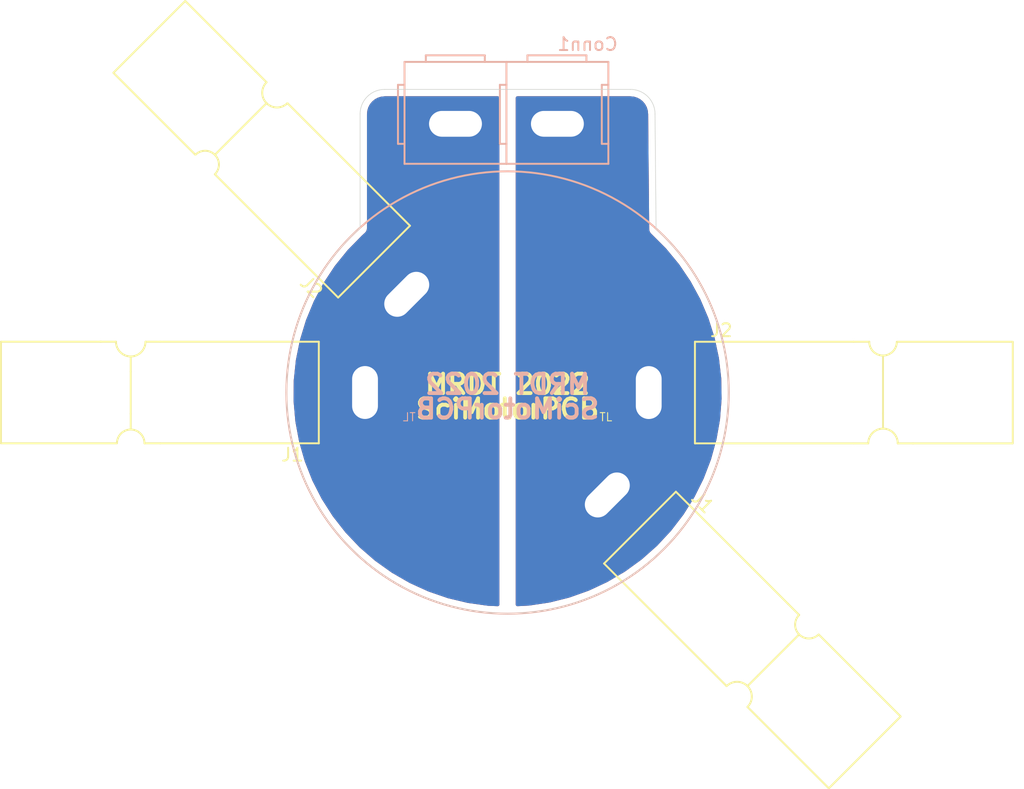
<source format=kicad_pcb>
(kicad_pcb (version 20171130) (host pcbnew "(5.1.9)-1")

  (general
    (thickness 1.6)
    (drawings 33)
    (tracks 0)
    (zones 0)
    (modules 5)
    (nets 3)
  )

  (page A4)
  (layers
    (0 F.Cu signal)
    (31 B.Cu signal)
    (32 B.Adhes user)
    (33 F.Adhes user)
    (34 B.Paste user)
    (35 F.Paste user)
    (36 B.SilkS user)
    (37 F.SilkS user)
    (38 B.Mask user)
    (39 F.Mask user)
    (40 Dwgs.User user)
    (41 Cmts.User user)
    (42 Eco1.User user)
    (43 Eco2.User user)
    (44 Edge.Cuts user)
    (45 Margin user)
    (46 B.CrtYd user)
    (47 F.CrtYd user)
    (48 B.Fab user)
    (49 F.Fab user)
  )

  (setup
    (last_trace_width 0.25)
    (trace_clearance 0.2)
    (zone_clearance 0.508)
    (zone_45_only no)
    (trace_min 0.2)
    (via_size 0.8)
    (via_drill 0.4)
    (via_min_size 0.4)
    (via_min_drill 0.3)
    (uvia_size 0.3)
    (uvia_drill 0.1)
    (uvias_allowed no)
    (uvia_min_size 0.2)
    (uvia_min_drill 0.1)
    (edge_width 0.05)
    (segment_width 0.2)
    (pcb_text_width 0.3)
    (pcb_text_size 1.5 1.5)
    (mod_edge_width 0.12)
    (mod_text_size 1 1)
    (mod_text_width 0.15)
    (pad_size 2.999999 5.1)
    (pad_drill 2)
    (pad_to_mask_clearance 0)
    (aux_axis_origin 0 0)
    (visible_elements 7FFFFFFF)
    (pcbplotparams
      (layerselection 0x010fc_ffffffff)
      (usegerberextensions false)
      (usegerberattributes true)
      (usegerberadvancedattributes true)
      (creategerberjobfile true)
      (excludeedgelayer true)
      (linewidth 0.100000)
      (plotframeref false)
      (viasonmask false)
      (mode 1)
      (useauxorigin false)
      (hpglpennumber 1)
      (hpglpenspeed 20)
      (hpglpendiameter 15.000000)
      (psnegative false)
      (psa4output false)
      (plotreference true)
      (plotvalue true)
      (plotinvisibletext false)
      (padsonsilk false)
      (subtractmaskfromsilk false)
      (outputformat 1)
      (mirror false)
      (drillshape 0)
      (scaleselection 1)
      (outputdirectory "../../Manufacturing/Gerbs/"))
  )

  (net 0 "")
  (net 1 "Net-(Conn1-Pad1)")
  (net 2 "Net-(Conn1-Pad2)")

  (net_class Default "This is the default net class."
    (clearance 0.2)
    (trace_width 0.25)
    (via_dia 0.8)
    (via_drill 0.4)
    (uvia_dia 0.3)
    (uvia_drill 0.1)
    (add_net "Net-(Conn1-Pad1)")
    (add_net "Net-(Conn1-Pad2)")
  )

  (module MRDT_Connectors:Square_Anderson_1_H (layer F.Cu) (tedit 6230F60B) (tstamp 6230F573)
    (at 149.310625 88.380008 315)
    (path /6228A453)
    (fp_text reference J2 (at -5.9 4.95 135) (layer F.SilkS)
      (effects (font (size 1 1) (thickness 0.15)))
    )
    (fp_text value Test_Point (at -17.2 -4.65 135) (layer F.Fab)
      (effects (font (size 1 1) (thickness 0.15)))
    )
    (fp_line (start -16.1496 -3.814) (end -3.856 -3.814) (layer F.SilkS) (width 0.15))
    (fp_line (start -18.4356 1.774) (end -18.4356 2.917) (layer F.SilkS) (width 0.15))
    (fp_line (start -18.4356 -2.671) (end -18.4356 -1.5026) (layer F.SilkS) (width 0.15))
    (fp_line (start -16.175 -3.814) (end -17.2672 -3.814) (layer F.SilkS) (width 0.15))
    (fp_line (start -28.4686 -3.814) (end -20.7216 -3.814) (layer F.SilkS) (width 0.15))
    (fp_line (start -3.856 4.06) (end -3.856 -3.814) (layer F.SilkS) (width 0.15))
    (fp_line (start -28.494 -3.814) (end -28.494 4.0346) (layer F.SilkS) (width 0.15))
    (fp_line (start -19.5786 -3.814) (end -20.7978 -3.814) (layer F.SilkS) (width 0.15))
    (fp_line (start -16.1496 4.06) (end -3.856 4.06) (layer F.SilkS) (width 0.15))
    (fp_line (start -18.4356 1.774) (end -18.4356 -1.5026) (layer F.SilkS) (width 0.15))
    (fp_line (start -28.494 4.06) (end -19.5024 4.06) (layer F.SilkS) (width 0.15))
    (fp_line (start -17.3688 4.06) (end -16.1496 4.06) (layer F.SilkS) (width 0.15))
    (fp_arc (start -18.4356 -3.814) (end -18.4356 -2.671) (angle 90) (layer F.SilkS) (width 0.15))
    (fp_arc (start -18.4356 4.06) (end -18.4356 2.9932) (angle 90) (layer F.SilkS) (width 0.15))
    (fp_arc (start -18.4356 -3.814) (end -17.2926 -3.814) (angle 90) (layer F.SilkS) (width 0.15))
    (fp_arc (start -18.4356 4.06) (end -19.5024 4.0092) (angle 90) (layer F.SilkS) (width 0.15))
    (pad 1 thru_hole oval (at -0.2746 0.123001 315) (size 2.999999 5.1) (drill oval 2 4.099999) (layers *.Cu *.Mask F.Paste)
      (net 1 "Net-(Conn1-Pad1)"))
  )

  (module MRDT_Connectors:Square_Anderson_1_H (layer F.Cu) (tedit 6230F604) (tstamp 6230F55F)
    (at 164.295915 103.718851 135)
    (path /62288558)
    (fp_text reference J1 (at -5.9 4.95 135) (layer F.SilkS)
      (effects (font (size 1 1) (thickness 0.15)))
    )
    (fp_text value Test_Point (at -17.2 -4.65 135) (layer F.Fab)
      (effects (font (size 1 1) (thickness 0.15)))
    )
    (fp_line (start -16.1496 -3.814) (end -3.856 -3.814) (layer F.SilkS) (width 0.15))
    (fp_line (start -18.4356 1.774) (end -18.4356 2.917) (layer F.SilkS) (width 0.15))
    (fp_line (start -18.4356 -2.671) (end -18.4356 -1.5026) (layer F.SilkS) (width 0.15))
    (fp_line (start -16.175 -3.814) (end -17.2672 -3.814) (layer F.SilkS) (width 0.15))
    (fp_line (start -28.4686 -3.814) (end -20.7216 -3.814) (layer F.SilkS) (width 0.15))
    (fp_line (start -3.856 4.06) (end -3.856 -3.814) (layer F.SilkS) (width 0.15))
    (fp_line (start -28.494 -3.814) (end -28.494 4.0346) (layer F.SilkS) (width 0.15))
    (fp_line (start -19.5786 -3.814) (end -20.7978 -3.814) (layer F.SilkS) (width 0.15))
    (fp_line (start -16.1496 4.06) (end -3.856 4.06) (layer F.SilkS) (width 0.15))
    (fp_line (start -18.4356 1.774) (end -18.4356 -1.5026) (layer F.SilkS) (width 0.15))
    (fp_line (start -28.494 4.06) (end -19.5024 4.06) (layer F.SilkS) (width 0.15))
    (fp_line (start -17.3688 4.06) (end -16.1496 4.06) (layer F.SilkS) (width 0.15))
    (fp_arc (start -18.4356 -3.814) (end -18.4356 -2.671) (angle 90) (layer F.SilkS) (width 0.15))
    (fp_arc (start -18.4356 4.06) (end -18.4356 2.9932) (angle 90) (layer F.SilkS) (width 0.15))
    (fp_arc (start -18.4356 -3.814) (end -17.2926 -3.814) (angle 90) (layer F.SilkS) (width 0.15))
    (fp_arc (start -18.4356 4.06) (end -19.5024 4.0092) (angle 90) (layer F.SilkS) (width 0.15))
    (pad 1 thru_hole oval (at -0.2746 0.123001 135) (size 2.999999 5.1) (drill oval 2 4.099999) (layers *.Cu *.Mask F.Paste)
      (net 2 "Net-(Conn1-Pad2)"))
  )

  (module MRDT_Connectors:Square_Anderson_2_V_Side_By_Side (layer B.Cu) (tedit 62156FC0) (tstamp 6228ADED)
    (at 156.845 75.184)
    (path /622850BE)
    (fp_text reference Conn1 (at 6.2 -6.3 180) (layer B.SilkS)
      (effects (font (size 1 1) (thickness 0.15)) (justify mirror))
    )
    (fp_text value AndersonPP (at -0.05 4.1 180) (layer B.Fab)
      (effects (font (size 1 1) (thickness 0.15)) (justify mirror))
    )
    (fp_line (start -0.087 -4.926) (end -0.087 2.974) (layer B.SilkS) (width 0.15))
    (fp_line (start -1.764 -5.434) (end -1.764 -4.926) (layer B.SilkS) (width 0.15))
    (fp_line (start -0.087 2.974) (end -7.987 2.974) (layer B.SilkS) (width 0.15))
    (fp_line (start 7.813 1.424) (end 7.305 1.424) (layer B.SilkS) (width 0.15))
    (fp_line (start 1.541 -5.434) (end 6.113 -5.434) (layer B.SilkS) (width 0.15))
    (fp_line (start -7.987 -4.926) (end -7.987 2.974) (layer B.SilkS) (width 0.15))
    (fp_line (start -0.5956 1.424) (end -0.5956 -3.148) (layer B.SilkS) (width 0.15))
    (fp_line (start 7.813 2.974) (end -0.087 2.974) (layer B.SilkS) (width 0.15))
    (fp_line (start -0.0876 1.424) (end -0.5956 1.424) (layer B.SilkS) (width 0.15))
    (fp_line (start -6.336 -4.926) (end -6.336 -5.434) (layer B.SilkS) (width 0.15))
    (fp_line (start 7.305 -3.148) (end 7.813 -3.148) (layer B.SilkS) (width 0.15))
    (fp_line (start -8.495 -3.148) (end -7.987 -3.148) (layer B.SilkS) (width 0.15))
    (fp_line (start -6.336 -5.434) (end -1.764 -5.434) (layer B.SilkS) (width 0.15))
    (fp_line (start 6.113 -5.434) (end 6.113 -4.926) (layer B.SilkS) (width 0.15))
    (fp_line (start -0.5956 -3.148) (end -0.0876 -3.148) (layer B.SilkS) (width 0.15))
    (fp_line (start -8.495 1.424) (end -8.495 -3.148) (layer B.SilkS) (width 0.15))
    (fp_line (start 1.541 -4.926) (end 1.541 -5.434) (layer B.SilkS) (width 0.15))
    (fp_line (start -0.087 -4.926) (end -7.987 -4.926) (layer B.SilkS) (width 0.15))
    (fp_line (start -7.987 1.424) (end -8.495 1.424) (layer B.SilkS) (width 0.15))
    (fp_line (start 7.813 -4.926) (end 7.813 2.974) (layer B.SilkS) (width 0.15))
    (fp_line (start 7.813 -4.926) (end -0.087 -4.926) (layer B.SilkS) (width 0.15))
    (fp_line (start 7.305 1.424) (end 7.305 -3.148) (layer B.SilkS) (width 0.15))
    (pad 2 thru_hole oval (at 3.863 -0.126 90) (size 3 5.1) (drill oval 2 4.1) (layers *.Cu *.Mask)
      (net 2 "Net-(Conn1-Pad2)"))
    (pad 1 thru_hole oval (at -4.037 -0.126 90) (size 3 5.1) (drill oval 2 4.1) (layers *.Cu *.Mask)
      (net 1 "Net-(Conn1-Pad1)"))
  )

  (module MRDT_Connectors:Square_Anderson_1_H (layer F.Cu) (tedit 62156951) (tstamp 6228AEBB)
    (at 146.0706 95.762)
    (path /62288558)
    (fp_text reference J1 (at -5.9 4.95) (layer F.SilkS)
      (effects (font (size 1 1) (thickness 0.15)))
    )
    (fp_text value Test_Point (at -17.2 -4.65) (layer F.Fab)
      (effects (font (size 1 1) (thickness 0.15)))
    )
    (fp_line (start -16.1496 -3.814) (end -3.856 -3.814) (layer F.SilkS) (width 0.15))
    (fp_line (start -18.4356 1.774) (end -18.4356 2.917) (layer F.SilkS) (width 0.15))
    (fp_line (start -18.4356 -2.671) (end -18.4356 -1.5026) (layer F.SilkS) (width 0.15))
    (fp_line (start -16.175 -3.814) (end -17.2672 -3.814) (layer F.SilkS) (width 0.15))
    (fp_line (start -28.4686 -3.814) (end -20.7216 -3.814) (layer F.SilkS) (width 0.15))
    (fp_line (start -3.856 4.06) (end -3.856 -3.814) (layer F.SilkS) (width 0.15))
    (fp_line (start -28.494 -3.814) (end -28.494 4.0346) (layer F.SilkS) (width 0.15))
    (fp_line (start -19.5786 -3.814) (end -20.7978 -3.814) (layer F.SilkS) (width 0.15))
    (fp_line (start -16.1496 4.06) (end -3.856 4.06) (layer F.SilkS) (width 0.15))
    (fp_line (start -18.4356 1.774) (end -18.4356 -1.5026) (layer F.SilkS) (width 0.15))
    (fp_line (start -28.494 4.06) (end -19.5024 4.06) (layer F.SilkS) (width 0.15))
    (fp_line (start -17.3688 4.06) (end -16.1496 4.06) (layer F.SilkS) (width 0.15))
    (fp_arc (start -18.4356 4.06) (end -19.5024 4.0092) (angle 90) (layer F.SilkS) (width 0.15))
    (fp_arc (start -18.4356 -3.814) (end -17.2926 -3.814) (angle 90) (layer F.SilkS) (width 0.15))
    (fp_arc (start -18.4356 4.06) (end -18.4356 2.9932) (angle 90) (layer F.SilkS) (width 0.15))
    (fp_arc (start -18.4356 -3.814) (end -18.4356 -2.671) (angle 90) (layer F.SilkS) (width 0.15))
    (pad 1 thru_hole oval (at -0.2746 0.123) (size 3 5.1) (drill oval 2 4.1) (layers *.Cu *.Mask F.Paste)
      (net 1 "Net-(Conn1-Pad1)"))
  )

  (module MRDT_Connectors:Square_Anderson_1_H (layer F.Cu) (tedit 62156951) (tstamp 6230E1A7)
    (at 167.513 96.012 180)
    (path /6228A453)
    (fp_text reference J2 (at -5.9 4.95) (layer F.SilkS)
      (effects (font (size 1 1) (thickness 0.15)))
    )
    (fp_text value Test_Point (at -17.2 -4.65) (layer F.Fab)
      (effects (font (size 1 1) (thickness 0.15)))
    )
    (fp_line (start -16.1496 -3.814) (end -3.856 -3.814) (layer F.SilkS) (width 0.15))
    (fp_line (start -18.4356 1.774) (end -18.4356 2.917) (layer F.SilkS) (width 0.15))
    (fp_line (start -18.4356 -2.671) (end -18.4356 -1.5026) (layer F.SilkS) (width 0.15))
    (fp_line (start -16.175 -3.814) (end -17.2672 -3.814) (layer F.SilkS) (width 0.15))
    (fp_line (start -28.4686 -3.814) (end -20.7216 -3.814) (layer F.SilkS) (width 0.15))
    (fp_line (start -3.856 4.06) (end -3.856 -3.814) (layer F.SilkS) (width 0.15))
    (fp_line (start -28.494 -3.814) (end -28.494 4.0346) (layer F.SilkS) (width 0.15))
    (fp_line (start -19.5786 -3.814) (end -20.7978 -3.814) (layer F.SilkS) (width 0.15))
    (fp_line (start -16.1496 4.06) (end -3.856 4.06) (layer F.SilkS) (width 0.15))
    (fp_line (start -18.4356 1.774) (end -18.4356 -1.5026) (layer F.SilkS) (width 0.15))
    (fp_line (start -28.494 4.06) (end -19.5024 4.06) (layer F.SilkS) (width 0.15))
    (fp_line (start -17.3688 4.06) (end -16.1496 4.06) (layer F.SilkS) (width 0.15))
    (fp_arc (start -18.4356 4.06) (end -19.5024 4.0092) (angle 90) (layer F.SilkS) (width 0.15))
    (fp_arc (start -18.4356 -3.814) (end -17.2926 -3.814) (angle 90) (layer F.SilkS) (width 0.15))
    (fp_arc (start -18.4356 4.06) (end -18.4356 2.9932) (angle 90) (layer F.SilkS) (width 0.15))
    (fp_arc (start -18.4356 -3.814) (end -18.4356 -2.671) (angle 90) (layer F.SilkS) (width 0.15))
    (pad 1 thru_hole oval (at -0.2746 0.123 180) (size 3 5.1) (drill oval 2 4.1) (layers *.Cu *.Mask F.Paste)
      (net 2 "Net-(Conn1-Pad2)"))
  )

  (gr_text "MRDT 2022" (at 156.845 95.25) (layer B.SilkS) (tstamp 6230F83D)
    (effects (font (size 1.5 1.5) (thickness 0.3)) (justify mirror))
  )
  (gr_text TL (at 149.225 97.79) (layer B.SilkS) (tstamp 6230F83C)
    (effects (font (size 0.635 0.635) (thickness 0.0762)) (justify mirror))
  )
  (gr_text SciMotorPCB (at 156.845 97.155) (layer B.SilkS) (tstamp 6230F83B)
    (effects (font (size 1.5 1.5) (thickness 0.3)) (justify mirror))
  )
  (gr_circle (center 156.845 95.885) (end 168.021 95.8215) (layer Dwgs.User) (width 0.15))
  (dimension 10.668 (width 0.15) (layer Dwgs.User) (tstamp 6230E1E6)
    (gr_text "0.4200 in" (at 151.511 103.535) (layer Dwgs.User) (tstamp 6230E1E6)
      (effects (font (size 1 1) (thickness 0.15)))
    )
    (feature1 (pts (xy 156.845 95.885) (xy 156.845 102.821421)))
    (feature2 (pts (xy 146.177 95.885) (xy 146.177 102.821421)))
    (crossbar (pts (xy 146.177 102.235) (xy 156.845 102.235)))
    (arrow1a (pts (xy 156.845 102.235) (xy 155.718496 102.821421)))
    (arrow1b (pts (xy 156.845 102.235) (xy 155.718496 101.648579)))
    (arrow2a (pts (xy 146.177 102.235) (xy 147.303504 102.821421)))
    (arrow2b (pts (xy 146.177 102.235) (xy 147.303504 101.648579)))
  )
  (dimension 10.668 (width 0.15) (layer Dwgs.User)
    (gr_text "0.4200 in" (at 162.179 103.535) (layer Dwgs.User)
      (effects (font (size 1 1) (thickness 0.15)))
    )
    (feature1 (pts (xy 167.513 95.885) (xy 167.513 102.821421)))
    (feature2 (pts (xy 156.845 95.885) (xy 156.845 102.821421)))
    (crossbar (pts (xy 156.845 102.235) (xy 167.513 102.235)))
    (arrow1a (pts (xy 167.513 102.235) (xy 166.386496 102.821421)))
    (arrow1b (pts (xy 167.513 102.235) (xy 166.386496 101.648579)))
    (arrow2a (pts (xy 156.845 102.235) (xy 157.971504 102.821421)))
    (arrow2b (pts (xy 156.845 102.235) (xy 157.971504 101.648579)))
  )
  (gr_arc (start 156.845 95.885) (end 145.415001 83.121501) (angle -275.939028) (layer Edge.Cuts) (width 0.05))
  (gr_text TL (at 164.465 97.79) (layer F.SilkS)
    (effects (font (size 0.635 0.635) (thickness 0.0762)))
  )
  (gr_text SciMotorPCB (at 156.845 97.155) (layer F.SilkS) (tstamp 6228D2FE)
    (effects (font (size 1.5 1.5) (thickness 0.3)))
  )
  (gr_text "MRDT 2022" (at 156.845 95.25) (layer F.SilkS)
    (effects (font (size 1.5 1.5) (thickness 0.3)))
  )
  (dimension 5.08 (width 0.15) (layer Dwgs.User)
    (gr_text "0.2000 in" (at 176.56 98.425 270) (layer Dwgs.User)
      (effects (font (size 1 1) (thickness 0.15)))
    )
    (feature1 (pts (xy 170.815 100.965) (xy 175.846421 100.965)))
    (feature2 (pts (xy 170.815 95.885) (xy 175.846421 95.885)))
    (crossbar (pts (xy 175.26 95.885) (xy 175.26 100.965)))
    (arrow1a (pts (xy 175.26 100.965) (xy 174.673579 99.838496)))
    (arrow1b (pts (xy 175.26 100.965) (xy 175.846421 99.838496)))
    (arrow2a (pts (xy 175.26 95.885) (xy 174.673579 97.011504)))
    (arrow2b (pts (xy 175.26 95.885) (xy 175.846421 97.011504)))
  )
  (dimension 5.08 (width 0.15) (layer Dwgs.User)
    (gr_text "0.2000 in" (at 176.56 93.345 90) (layer Dwgs.User)
      (effects (font (size 1 1) (thickness 0.15)))
    )
    (feature1 (pts (xy 170.815 90.805) (xy 175.846421 90.805)))
    (feature2 (pts (xy 170.815 95.885) (xy 175.846421 95.885)))
    (crossbar (pts (xy 175.26 95.885) (xy 175.26 90.805)))
    (arrow1a (pts (xy 175.26 90.805) (xy 175.846421 91.931504)))
    (arrow1b (pts (xy 175.26 90.805) (xy 174.673579 91.931504)))
    (arrow2a (pts (xy 175.26 95.885) (xy 175.846421 94.758496)))
    (arrow2b (pts (xy 175.26 95.885) (xy 174.673579 94.758496)))
  )
  (dimension 10.16 (width 0.15) (layer Dwgs.User)
    (gr_text "0.4000 in" (at 162.56 67.915) (layer Dwgs.User)
      (effects (font (size 1 1) (thickness 0.15)))
    )
    (feature1 (pts (xy 167.64 73.66) (xy 167.64 68.628579)))
    (feature2 (pts (xy 157.48 73.66) (xy 157.48 68.628579)))
    (crossbar (pts (xy 157.48 69.215) (xy 167.64 69.215)))
    (arrow1a (pts (xy 167.64 69.215) (xy 166.513496 69.801421)))
    (arrow1b (pts (xy 167.64 69.215) (xy 166.513496 68.628579)))
    (arrow2a (pts (xy 157.48 69.215) (xy 158.606504 69.801421)))
    (arrow2b (pts (xy 157.48 69.215) (xy 158.606504 68.628579)))
  )
  (gr_arc (start 166.37 74.295) (end 168.275 74.295) (angle -90) (layer Edge.Cuts) (width 0.05))
  (gr_arc (start 147.32 74.295) (end 147.32 72.39) (angle -90) (layer Edge.Cuts) (width 0.05))
  (gr_line (start 166.37 72.39) (end 156.845 72.39) (layer Edge.Cuts) (width 0.05) (tstamp 6228C797))
  (gr_line (start 185.6232 99.822) (end 185.6232 99.6188) (layer Dwgs.User) (width 0.15))
  (gr_line (start 187.8838 99.8474) (end 187.8584 99.5426) (layer Dwgs.User) (width 0.15))
  (gr_line (start 196.8246 99.5934) (end 196.8246 100.1522) (layer Dwgs.User) (width 0.15))
  (gr_line (start 172.593 99.822) (end 171.704 99.822) (layer Dwgs.User) (width 0.15))
  (gr_line (start 172.1612 99.3902) (end 172.1612 100.1268) (layer Dwgs.User) (width 0.15))
  (gr_line (start 168.6814 98.6282) (end 165.6842 98.552) (layer Dwgs.User) (width 0.15))
  (gr_line (start 166.878 95.4786) (end 166.878 99.822) (layer Dwgs.User) (width 0.15))
  (gr_line (start 168.275 74.295) (end 168.357329 83.195711) (layer Edge.Cuts) (width 0.05))
  (gr_line (start 145.415 74.295) (end 145.415 83.1215) (layer Edge.Cuts) (width 0.05))
  (gr_line (start 156.845 72.39) (end 147.32 72.39) (layer Edge.Cuts) (width 0.05))
  (gr_line (start 156.845 78.74) (end 156.845 72.39) (layer Dwgs.User) (width 0.15))
  (gr_line (start 156.21 95.885) (end 157.48 95.885) (layer Dwgs.User) (width 0.15))
  (dimension 11.1125 (width 0.15) (layer Dwgs.User)
    (gr_text "0.4375 in" (at 151.28875 92.807) (layer Dwgs.User)
      (effects (font (size 1 1) (thickness 0.15)))
    )
    (feature1 (pts (xy 156.845 95.885) (xy 156.845 93.520579)))
    (feature2 (pts (xy 145.7325 95.885) (xy 145.7325 93.520579)))
    (crossbar (pts (xy 145.7325 94.107) (xy 156.845 94.107)))
    (arrow1a (pts (xy 156.845 94.107) (xy 155.718496 94.693421)))
    (arrow1b (pts (xy 156.845 94.107) (xy 155.718496 93.520579)))
    (arrow2a (pts (xy 145.7325 94.107) (xy 146.859004 94.693421)))
    (arrow2b (pts (xy 145.7325 94.107) (xy 146.859004 93.520579)))
  )
  (dimension 22.225 (width 0.15) (layer Dwgs.User)
    (gr_text "0.8750 in" (at 156.845 90.14) (layer Dwgs.User)
      (effects (font (size 1 1) (thickness 0.15)))
    )
    (feature1 (pts (xy 145.7325 95.885) (xy 145.7325 90.853579)))
    (feature2 (pts (xy 167.9575 95.885) (xy 167.9575 90.853579)))
    (crossbar (pts (xy 167.9575 91.44) (xy 145.7325 91.44)))
    (arrow1a (pts (xy 145.7325 91.44) (xy 146.859004 90.853579)))
    (arrow1b (pts (xy 145.7325 91.44) (xy 146.859004 92.026421)))
    (arrow2a (pts (xy 167.9575 91.44) (xy 166.830996 90.853579)))
    (arrow2b (pts (xy 167.9575 91.44) (xy 166.830996 92.026421)))
  )
  (dimension 24.13 (width 0.15) (layer Dwgs.User)
    (gr_text "0.9500 in" (at 144.78 118.14) (layer Dwgs.User)
      (effects (font (size 1 1) (thickness 0.15)))
    )
    (feature1 (pts (xy 132.715 95.885) (xy 132.715 117.426421)))
    (feature2 (pts (xy 156.845 95.885) (xy 156.845 117.426421)))
    (crossbar (pts (xy 156.845 116.84) (xy 132.715 116.84)))
    (arrow1a (pts (xy 132.715 116.84) (xy 133.841504 116.253579)))
    (arrow1b (pts (xy 132.715 116.84) (xy 133.841504 117.426421)))
    (arrow2a (pts (xy 156.845 116.84) (xy 155.718496 116.253579)))
    (arrow2b (pts (xy 156.845 116.84) (xy 155.718496 117.426421)))
  )
  (gr_circle (center 156.845 95.885) (end 173.99 95.885) (layer B.SilkS) (width 0.15))
  (dimension 34.29 (width 0.15) (layer Dwgs.User)
    (gr_text "1.3500 in" (at 156.845 114.33) (layer Dwgs.User)
      (effects (font (size 1 1) (thickness 0.15)))
    )
    (feature1 (pts (xy 173.99 95.885) (xy 173.99 113.616421)))
    (feature2 (pts (xy 139.7 95.885) (xy 139.7 113.616421)))
    (crossbar (pts (xy 139.7 113.03) (xy 173.99 113.03)))
    (arrow1a (pts (xy 173.99 113.03) (xy 172.863496 113.616421)))
    (arrow1b (pts (xy 173.99 113.03) (xy 172.863496 112.443579)))
    (arrow2a (pts (xy 139.7 113.03) (xy 140.826504 113.616421)))
    (arrow2b (pts (xy 139.7 113.03) (xy 140.826504 112.443579)))
  )

  (zone (net 2) (net_name "Net-(Conn1-Pad2)") (layer F.Cu) (tstamp 6230F904) (hatch edge 0.508)
    (connect_pads yes (clearance 0.508))
    (min_thickness 0.254)
    (fill yes (arc_segments 32) (thermal_gap 0.508) (thermal_bridge_width 0.508) (smoothing fillet) (radius 1.27))
    (polygon
      (pts
        (xy 175.26 81.915) (xy 178.435 92.3925) (xy 178.435 115.8875) (xy 157.48 114.3) (xy 157.48 71.12)
        (xy 167.64 71.12)
      )
    )
    (filled_polygon
      (pts
        (xy 166.611204 73.076815) (xy 166.843226 73.146867) (xy 167.057222 73.26065) (xy 167.245041 73.413832) (xy 167.39953 73.600577)
        (xy 167.514801 73.813769) (xy 167.586472 74.0453) (xy 167.61519 74.318533) (xy 167.697658 83.234233) (xy 167.708104 83.331104)
        (xy 167.746993 83.45516) (xy 167.809336 83.569245) (xy 167.892739 83.668976) (xy 167.915873 83.687606) (xy 169.031697 84.8021)
        (xy 170.03784 86.021165) (xy 170.922513 87.331058) (xy 171.677561 88.719705) (xy 172.296037 90.174331) (xy 172.77225 91.681549)
        (xy 173.101805 93.227447) (xy 173.281677 94.797842) (xy 173.310207 96.378223) (xy 173.18713 97.954076) (xy 172.913583 99.51087)
        (xy 172.492081 101.034285) (xy 171.926508 102.510286) (xy 171.222069 103.925286) (xy 170.385255 105.266246) (xy 169.423766 106.520833)
        (xy 168.346455 107.67749) (xy 167.163243 108.725567) (xy 165.885024 109.655411) (xy 164.523574 110.458461) (xy 163.091418 111.127327)
        (xy 161.601748 111.655847) (xy 160.068278 112.039156) (xy 158.50514 112.273722) (xy 157.607 112.321329) (xy 157.607 73.05)
        (xy 166.337723 73.05)
      )
    )
  )
  (zone (net 2) (net_name "Net-(Conn1-Pad2)") (layer B.Cu) (tstamp 6230F901) (hatch edge 0.508)
    (connect_pads yes (clearance 0.508))
    (min_thickness 0.254)
    (fill yes (arc_segments 32) (thermal_gap 0.508) (thermal_bridge_width 0.508) (smoothing fillet) (radius 1.27))
    (polygon
      (pts
        (xy 174.625 82.55) (xy 180.0225 89.535) (xy 177.165 114.935) (xy 157.48 114.3) (xy 157.48 70.485)
        (xy 167.64 70.485)
      )
    )
    (filled_polygon
      (pts
        (xy 166.611204 73.076815) (xy 166.843226 73.146867) (xy 167.057222 73.26065) (xy 167.245041 73.413832) (xy 167.39953 73.600577)
        (xy 167.514801 73.813769) (xy 167.586472 74.0453) (xy 167.61519 74.318533) (xy 167.697658 83.234233) (xy 167.708104 83.331104)
        (xy 167.746993 83.45516) (xy 167.809336 83.569245) (xy 167.892739 83.668976) (xy 167.915873 83.687606) (xy 169.031697 84.8021)
        (xy 170.03784 86.021165) (xy 170.922513 87.331058) (xy 171.677561 88.719705) (xy 172.296037 90.174331) (xy 172.77225 91.681549)
        (xy 173.101805 93.227447) (xy 173.281677 94.797842) (xy 173.310207 96.378223) (xy 173.18713 97.954076) (xy 172.913583 99.51087)
        (xy 172.492081 101.034285) (xy 171.926508 102.510286) (xy 171.222069 103.925286) (xy 170.385255 105.266246) (xy 169.423766 106.520833)
        (xy 168.346455 107.67749) (xy 167.163243 108.725567) (xy 165.885024 109.655411) (xy 164.523574 110.458461) (xy 163.091418 111.127327)
        (xy 161.601748 111.655847) (xy 160.068278 112.039156) (xy 158.50514 112.273722) (xy 157.607 112.321329) (xy 157.607 73.05)
        (xy 166.337723 73.05)
      )
    )
  )
  (zone (net 1) (net_name "Net-(Conn1-Pad1)") (layer B.Cu) (tstamp 6230F8FE) (hatch edge 0.508)
    (connect_pads yes (clearance 0.508))
    (min_thickness 0.254)
    (fill yes (arc_segments 32) (thermal_gap 0.508) (thermal_bridge_width 0.508) (smoothing fillet) (radius 1.27))
    (polygon
      (pts
        (xy 140.97 83.82) (xy 137.795 90.805) (xy 137.795 114.935) (xy 156.21 114.935) (xy 156.21 70.485)
        (xy 146.05 70.485)
      )
    )
    (filled_polygon
      (pts
        (xy 156.083 112.321056) (xy 155.347522 112.289384) (xy 153.782118 112.070334) (xy 152.244921 111.702255) (xy 150.750095 111.188543)
        (xy 149.31137 110.533914) (xy 147.942011 109.744403) (xy 146.654643 108.827291) (xy 145.461088 107.790999) (xy 144.37236 106.645089)
        (xy 143.398472 105.400103) (xy 142.548395 104.067502) (xy 141.829955 102.659563) (xy 141.24977 101.18925) (xy 140.813175 99.670086)
        (xy 140.524199 98.116084) (xy 140.385497 96.541529) (xy 140.398347 94.960931) (xy 140.562631 93.388856) (xy 140.876839 91.839741)
        (xy 141.338073 90.327889) (xy 141.942089 88.8672) (xy 142.683327 87.471126) (xy 143.55496 86.152522) (xy 144.548963 84.923533)
        (xy 145.665388 83.786094) (xy 145.846822 83.620917) (xy 145.883948 83.590448) (xy 145.966425 83.48995) (xy 146.02771 83.375293)
        (xy 146.06545 83.250883) (xy 146.075 83.153919) (xy 146.075 74.327277) (xy 146.101815 74.053796) (xy 146.171867 73.821774)
        (xy 146.28565 73.607778) (xy 146.438832 73.419959) (xy 146.625577 73.26547) (xy 146.838769 73.150199) (xy 147.0703 73.078528)
        (xy 147.341725 73.05) (xy 156.083 73.05)
      )
    )
  )
  (zone (net 1) (net_name "Net-(Conn1-Pad1)") (layer F.Cu) (tstamp 6230F8FB) (hatch edge 0.508)
    (connect_pads yes (clearance 0.508))
    (min_thickness 0.254)
    (fill yes (arc_segments 32) (thermal_gap 0.508) (thermal_bridge_width 0.508) (smoothing fillet) (radius 1.27))
    (polygon
      (pts
        (xy 140.335 84.1375) (xy 137.795 91.7575) (xy 140.335 116.5225) (xy 156.21 114.935) (xy 156.21 70.96125)
        (xy 142.5575 71.27875)
      )
    )
    (filled_polygon
      (pts
        (xy 156.083 112.321056) (xy 155.347522 112.289384) (xy 153.782118 112.070334) (xy 152.244921 111.702255) (xy 150.750095 111.188543)
        (xy 149.31137 110.533914) (xy 147.942011 109.744403) (xy 146.654643 108.827291) (xy 145.461088 107.790999) (xy 144.37236 106.645089)
        (xy 143.398472 105.400103) (xy 142.548395 104.067502) (xy 141.829955 102.659563) (xy 141.24977 101.18925) (xy 140.813175 99.670086)
        (xy 140.524199 98.116084) (xy 140.385497 96.541529) (xy 140.398347 94.960931) (xy 140.562631 93.388856) (xy 140.876839 91.839741)
        (xy 141.338073 90.327889) (xy 141.942089 88.8672) (xy 142.683327 87.471126) (xy 143.55496 86.152522) (xy 144.548963 84.923533)
        (xy 145.665388 83.786094) (xy 145.846822 83.620917) (xy 145.883948 83.590448) (xy 145.966425 83.48995) (xy 146.02771 83.375293)
        (xy 146.06545 83.250883) (xy 146.075 83.153919) (xy 146.075 74.327277) (xy 146.101815 74.053796) (xy 146.171867 73.821774)
        (xy 146.28565 73.607778) (xy 146.438832 73.419959) (xy 146.625577 73.26547) (xy 146.838769 73.150199) (xy 147.0703 73.078528)
        (xy 147.341725 73.05) (xy 156.083 73.05)
      )
    )
  )
)

</source>
